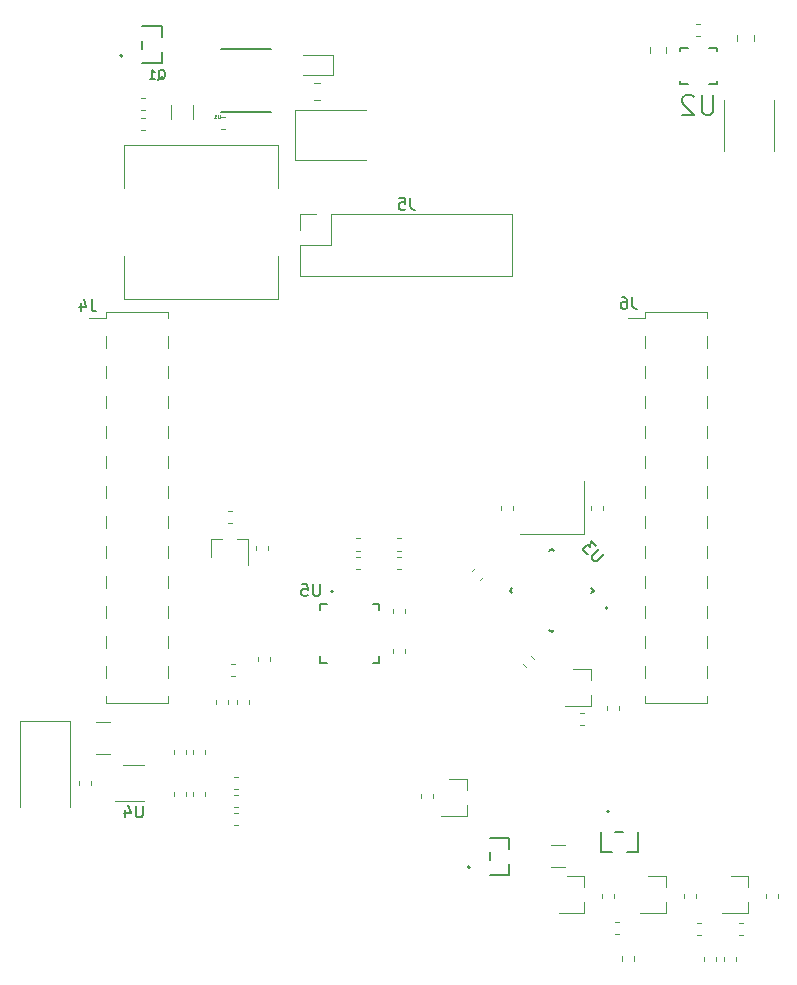
<source format=gbr>
%TF.GenerationSoftware,KiCad,Pcbnew,(5.1.6)-1*%
%TF.CreationDate,2022-04-22T11:55:46+02:00*%
%TF.ProjectId,ZumoComSystem,5a756d6f-436f-46d5-9379-7374656d2e6b,V1.0*%
%TF.SameCoordinates,Original*%
%TF.FileFunction,Legend,Bot*%
%TF.FilePolarity,Positive*%
%FSLAX46Y46*%
G04 Gerber Fmt 4.6, Leading zero omitted, Abs format (unit mm)*
G04 Created by KiCad (PCBNEW (5.1.6)-1) date 2022-04-22 11:55:46*
%MOMM*%
%LPD*%
G01*
G04 APERTURE LIST*
%ADD10C,0.152400*%
%ADD11C,0.120000*%
%ADD12C,0.200000*%
%ADD13C,0.127000*%
%ADD14C,0.150000*%
%ADD15C,0.015000*%
G04 APERTURE END LIST*
D10*
%TO.C,U2*%
X172589000Y-65050600D02*
X173249400Y-65050600D01*
X173249400Y-67844600D02*
X173249400Y-68149400D01*
X170150600Y-65355400D02*
X170150600Y-65050600D01*
X170150600Y-65050600D02*
X170811000Y-65050600D01*
X173249400Y-65050600D02*
X173249400Y-65355400D01*
X173249400Y-68149400D02*
X172589000Y-68149400D01*
X170150600Y-68149400D02*
X170150600Y-67844600D01*
X170811000Y-68149400D02*
X170150600Y-68149400D01*
D11*
X169633246Y-67680000D02*
G75*
G03*
X169633246Y-67680000I-63246J0D01*
G01*
%TO.C,L1*%
X178154000Y-73754000D02*
X178154000Y-69446000D01*
X173846000Y-69446000D02*
X173846000Y-73754000D01*
D10*
%TO.C,U1*%
X135533600Y-70441600D02*
X131266400Y-70441600D01*
X131266400Y-65158400D02*
X135533600Y-65158400D01*
D11*
%TO.C,R3*%
X171871267Y-62990000D02*
X171528733Y-62990000D01*
X171871267Y-64010000D02*
X171528733Y-64010000D01*
%TO.C,C6*%
X176410000Y-64461252D02*
X176410000Y-63938748D01*
X174990000Y-64461252D02*
X174990000Y-63938748D01*
D12*
%TO.C,U5*%
X140800000Y-111060000D02*
G75*
G03*
X140800000Y-111060000I-100000J0D01*
G01*
D13*
X144700000Y-117100000D02*
X144700000Y-116550000D01*
X139700000Y-117100000D02*
X139700000Y-116550000D01*
X144700000Y-112100000D02*
X144700000Y-112650000D01*
X139700000Y-112100000D02*
X139700000Y-112650000D01*
X144700000Y-117100000D02*
X144150000Y-117100000D01*
X139700000Y-117100000D02*
X140250000Y-117100000D01*
X144700000Y-112100000D02*
X144150000Y-112100000D01*
X139700000Y-112100000D02*
X140250000Y-112100000D01*
D12*
%TO.C,U3*%
X164035085Y-112467247D02*
G75*
G03*
X164035085Y-112467247I-100000J0D01*
G01*
D13*
X155764466Y-111000000D02*
X155973063Y-111208597D01*
X159300000Y-107464466D02*
X159508597Y-107673063D01*
X159300000Y-114535534D02*
X159091403Y-114326937D01*
X162835534Y-111000000D02*
X162626937Y-110791403D01*
X155764466Y-111000000D02*
X155973063Y-110791403D01*
X159300000Y-107464466D02*
X159091403Y-107673063D01*
X159300000Y-114535534D02*
X159508597Y-114326937D01*
X162835534Y-111000000D02*
X162626937Y-111208597D01*
D11*
%TO.C,J5*%
X155905000Y-79155000D02*
X155905000Y-84355000D01*
X140605000Y-79155000D02*
X155905000Y-79155000D01*
X138005000Y-84355000D02*
X155905000Y-84355000D01*
X140605000Y-79155000D02*
X140605000Y-81755000D01*
X140605000Y-81755000D02*
X138005000Y-81755000D01*
X138005000Y-81755000D02*
X138005000Y-84355000D01*
X139335000Y-79155000D02*
X138005000Y-79155000D01*
X138005000Y-79155000D02*
X138005000Y-80485000D01*
%TO.C,L2*%
X123100000Y-73300000D02*
X123100000Y-76900000D01*
X136100000Y-73300000D02*
X123100000Y-73300000D01*
X136100000Y-76900000D02*
X136100000Y-73300000D01*
X123100000Y-86300000D02*
X123100000Y-82700000D01*
X136100000Y-86300000D02*
X123100000Y-86300000D01*
X136100000Y-82700000D02*
X136100000Y-86300000D01*
%TO.C,C1*%
X127090000Y-69897936D02*
X127090000Y-71102064D01*
X128910000Y-69897936D02*
X128910000Y-71102064D01*
%TO.C,C2*%
X169010000Y-65461252D02*
X169010000Y-64938748D01*
X167590000Y-65461252D02*
X167590000Y-64938748D01*
%TO.C,C3*%
X131253733Y-71910000D02*
X131596267Y-71910000D01*
X131253733Y-70890000D02*
X131596267Y-70890000D01*
%TO.C,C4*%
X139138748Y-69460000D02*
X139661252Y-69460000D01*
X139138748Y-68040000D02*
X139661252Y-68040000D01*
%TO.C,C9*%
X128310000Y-124871267D02*
X128310000Y-124528733D01*
X127290000Y-124871267D02*
X127290000Y-124528733D01*
%TO.C,C10*%
X127290000Y-128028733D02*
X127290000Y-128371267D01*
X128310000Y-128028733D02*
X128310000Y-128371267D01*
%TO.C,D1*%
X143600000Y-74585000D02*
X137540000Y-74585000D01*
X137540000Y-74585000D02*
X137540000Y-70315000D01*
X137540000Y-70315000D02*
X143600000Y-70315000D01*
%TO.C,D2*%
X140750000Y-65650000D02*
X140750000Y-67350000D01*
X140750000Y-67350000D02*
X138200000Y-67350000D01*
X140750000Y-65650000D02*
X138200000Y-65650000D01*
%TO.C,D3*%
X114250000Y-122000000D02*
X118550000Y-122000000D01*
X118550000Y-122000000D02*
X118550000Y-129300000D01*
X114250000Y-122000000D02*
X114250000Y-129300000D01*
%TO.C,F1*%
X120697936Y-124860000D02*
X121902064Y-124860000D01*
X120697936Y-122140000D02*
X121902064Y-122140000D01*
%TO.C,Q6*%
X162060000Y-135170000D02*
X162060000Y-136100000D01*
X162060000Y-138330000D02*
X162060000Y-137400000D01*
X162060000Y-138330000D02*
X159900000Y-138330000D01*
X162060000Y-135170000D02*
X160600000Y-135170000D01*
%TO.C,Q8*%
X175910000Y-135170000D02*
X175910000Y-136100000D01*
X175910000Y-138330000D02*
X175910000Y-137400000D01*
X175910000Y-138330000D02*
X173750000Y-138330000D01*
X175910000Y-135170000D02*
X174450000Y-135170000D01*
%TO.C,Q7*%
X168935000Y-135170000D02*
X168935000Y-136100000D01*
X168935000Y-138330000D02*
X168935000Y-137400000D01*
X168935000Y-138330000D02*
X166775000Y-138330000D01*
X168935000Y-135170000D02*
X167475000Y-135170000D01*
%TO.C,Q9*%
X130420000Y-106665000D02*
X131350000Y-106665000D01*
X133580000Y-106665000D02*
X132650000Y-106665000D01*
X133580000Y-106665000D02*
X133580000Y-108825000D01*
X130420000Y-106665000D02*
X130420000Y-108125000D01*
%TO.C,Q10*%
X162585000Y-117645000D02*
X162585000Y-118575000D01*
X162585000Y-120805000D02*
X162585000Y-119875000D01*
X162585000Y-120805000D02*
X160425000Y-120805000D01*
X162585000Y-117645000D02*
X161125000Y-117645000D01*
%TO.C,R7*%
X129910000Y-124871267D02*
X129910000Y-124528733D01*
X128890000Y-124871267D02*
X128890000Y-124528733D01*
%TO.C,R8*%
X129910000Y-128371267D02*
X129910000Y-128028733D01*
X128890000Y-128371267D02*
X128890000Y-128028733D01*
%TO.C,R10*%
X119290000Y-127128733D02*
X119290000Y-127471267D01*
X120310000Y-127128733D02*
X120310000Y-127471267D01*
%TO.C,R16*%
X132103733Y-118210000D02*
X132446267Y-118210000D01*
X132103733Y-117190000D02*
X132446267Y-117190000D01*
%TO.C,R18*%
X131910000Y-120621267D02*
X131910000Y-120278733D01*
X130890000Y-120621267D02*
X130890000Y-120278733D01*
%TO.C,R19*%
X132665000Y-120278733D02*
X132665000Y-120621267D01*
X133685000Y-120278733D02*
X133685000Y-120621267D01*
%TO.C,R20*%
X165240000Y-141978733D02*
X165240000Y-142321267D01*
X166260000Y-141978733D02*
X166260000Y-142321267D01*
%TO.C,R21*%
X165021267Y-139065000D02*
X164678733Y-139065000D01*
X165021267Y-140085000D02*
X164678733Y-140085000D01*
%TO.C,R22*%
X164560000Y-137046267D02*
X164560000Y-136703733D01*
X163540000Y-137046267D02*
X163540000Y-136703733D01*
%TO.C,R26*%
X178435000Y-137046267D02*
X178435000Y-136703733D01*
X177415000Y-137046267D02*
X177415000Y-136703733D01*
%TO.C,R24*%
X171485000Y-137046267D02*
X171485000Y-136703733D01*
X170465000Y-137046267D02*
X170465000Y-136703733D01*
%TO.C,R28*%
X132378733Y-127810000D02*
X132721267Y-127810000D01*
X132378733Y-126790000D02*
X132721267Y-126790000D01*
%TO.C,R29*%
X132353733Y-129335000D02*
X132696267Y-129335000D01*
X132353733Y-128315000D02*
X132696267Y-128315000D01*
%TO.C,R30*%
X132353733Y-130885000D02*
X132696267Y-130885000D01*
X132353733Y-129865000D02*
X132696267Y-129865000D01*
%TO.C,R31*%
X172165000Y-142003733D02*
X172165000Y-142346267D01*
X173185000Y-142003733D02*
X173185000Y-142346267D01*
%TO.C,R32*%
X171921267Y-139115000D02*
X171578733Y-139115000D01*
X171921267Y-140135000D02*
X171578733Y-140135000D01*
%TO.C,R33*%
X134240000Y-107253733D02*
X134240000Y-107596267D01*
X135260000Y-107253733D02*
X135260000Y-107596267D01*
%TO.C,R34*%
X132196267Y-104290000D02*
X131853733Y-104290000D01*
X132196267Y-105310000D02*
X131853733Y-105310000D01*
%TO.C,R35*%
X173915000Y-142003733D02*
X173915000Y-142346267D01*
X174935000Y-142003733D02*
X174935000Y-142346267D01*
%TO.C,R36*%
X175178733Y-140135000D02*
X175521267Y-140135000D01*
X175178733Y-139115000D02*
X175521267Y-139115000D01*
%TO.C,R37*%
X161996267Y-121365000D02*
X161653733Y-121365000D01*
X161996267Y-122385000D02*
X161653733Y-122385000D01*
%TO.C,R38*%
X164960000Y-121121267D02*
X164960000Y-120778733D01*
X163940000Y-121121267D02*
X163940000Y-120778733D01*
%TO.C,U4*%
X123020000Y-125740000D02*
X124780000Y-125740000D01*
X124780000Y-128810000D02*
X122350000Y-128810000D01*
%TO.C,C11*%
X146228733Y-107610000D02*
X146571267Y-107610000D01*
X146228733Y-106590000D02*
X146571267Y-106590000D01*
%TO.C,C12*%
X146228733Y-109210000D02*
X146571267Y-109210000D01*
X146228733Y-108190000D02*
X146571267Y-108190000D01*
%TO.C,C13*%
X142703733Y-109210000D02*
X143046267Y-109210000D01*
X142703733Y-108190000D02*
X143046267Y-108190000D01*
%TO.C,C14*%
X142703733Y-107610000D02*
X143046267Y-107610000D01*
X142703733Y-106590000D02*
X143046267Y-106590000D01*
%TO.C,R13*%
X146910000Y-112871267D02*
X146910000Y-112528733D01*
X145890000Y-112871267D02*
X145890000Y-112528733D01*
%TO.C,R14*%
X145890000Y-115928733D02*
X145890000Y-116271267D01*
X146910000Y-115928733D02*
X146910000Y-116271267D01*
%TO.C,Y1*%
X162000000Y-106250000D02*
X156600000Y-106250000D01*
X162000000Y-101750000D02*
X162000000Y-106250000D01*
%TO.C,J4*%
X121575000Y-114870000D02*
X121575000Y-115890000D01*
X126775000Y-87380000D02*
X126775000Y-87950000D01*
X121575000Y-109790000D02*
X121575000Y-110810000D01*
X121575000Y-107250000D02*
X121575000Y-108270000D01*
X126775000Y-92010000D02*
X126775000Y-93030000D01*
X121575000Y-87380000D02*
X121575000Y-87950000D01*
X126775000Y-89470000D02*
X126775000Y-90490000D01*
X121575000Y-104710000D02*
X121575000Y-105730000D01*
X126775000Y-119950000D02*
X126775000Y-120520000D01*
X126775000Y-112330000D02*
X126775000Y-113350000D01*
X126775000Y-87380000D02*
X121575000Y-87380000D01*
X121575000Y-112330000D02*
X121575000Y-113350000D01*
X121575000Y-89470000D02*
X121575000Y-90490000D01*
X121575000Y-97090000D02*
X121575000Y-98110000D01*
X121575000Y-94550000D02*
X121575000Y-95570000D01*
X121575000Y-119950000D02*
X121575000Y-120520000D01*
X121575000Y-117410000D02*
X121575000Y-118430000D01*
X126775000Y-102170000D02*
X126775000Y-103190000D01*
X126775000Y-114870000D02*
X126775000Y-115890000D01*
X126775000Y-117410000D02*
X126775000Y-118430000D01*
X126775000Y-107250000D02*
X126775000Y-108270000D01*
X126775000Y-99630000D02*
X126775000Y-100650000D01*
X121575000Y-92010000D02*
X121575000Y-93030000D01*
X126775000Y-97090000D02*
X126775000Y-98110000D01*
X126775000Y-109790000D02*
X126775000Y-110810000D01*
X121575000Y-102170000D02*
X121575000Y-103190000D01*
X121575000Y-99630000D02*
X121575000Y-100650000D01*
X126775000Y-94550000D02*
X126775000Y-95570000D01*
X121575000Y-87950000D02*
X120135000Y-87950000D01*
X126775000Y-120520000D02*
X121575000Y-120520000D01*
X126775000Y-104710000D02*
X126775000Y-105730000D01*
%TO.C,J6*%
X167225000Y-114880000D02*
X167225000Y-115900000D01*
X172425000Y-87390000D02*
X172425000Y-87960000D01*
X167225000Y-109800000D02*
X167225000Y-110820000D01*
X167225000Y-107260000D02*
X167225000Y-108280000D01*
X172425000Y-92020000D02*
X172425000Y-93040000D01*
X167225000Y-87390000D02*
X167225000Y-87960000D01*
X172425000Y-89480000D02*
X172425000Y-90500000D01*
X167225000Y-104720000D02*
X167225000Y-105740000D01*
X172425000Y-119960000D02*
X172425000Y-120530000D01*
X172425000Y-112340000D02*
X172425000Y-113360000D01*
X172425000Y-87390000D02*
X167225000Y-87390000D01*
X167225000Y-112340000D02*
X167225000Y-113360000D01*
X167225000Y-89480000D02*
X167225000Y-90500000D01*
X167225000Y-97100000D02*
X167225000Y-98120000D01*
X167225000Y-94560000D02*
X167225000Y-95580000D01*
X167225000Y-119960000D02*
X167225000Y-120530000D01*
X167225000Y-117420000D02*
X167225000Y-118440000D01*
X172425000Y-102180000D02*
X172425000Y-103200000D01*
X172425000Y-114880000D02*
X172425000Y-115900000D01*
X172425000Y-117420000D02*
X172425000Y-118440000D01*
X172425000Y-107260000D02*
X172425000Y-108280000D01*
X172425000Y-99640000D02*
X172425000Y-100660000D01*
X167225000Y-92020000D02*
X167225000Y-93040000D01*
X172425000Y-97100000D02*
X172425000Y-98120000D01*
X172425000Y-109800000D02*
X172425000Y-110820000D01*
X167225000Y-102180000D02*
X167225000Y-103200000D01*
X167225000Y-99640000D02*
X167225000Y-100660000D01*
X172425000Y-94560000D02*
X172425000Y-95580000D01*
X167225000Y-87960000D02*
X165785000Y-87960000D01*
X172425000Y-120530000D02*
X167225000Y-120530000D01*
X172425000Y-104720000D02*
X172425000Y-105740000D01*
%TO.C,R1*%
X124528733Y-72010000D02*
X124871267Y-72010000D01*
X124528733Y-70990000D02*
X124871267Y-70990000D01*
%TO.C,R2*%
X124871267Y-70310000D02*
X124528733Y-70310000D01*
X124871267Y-69290000D02*
X124528733Y-69290000D01*
%TO.C,C7*%
X162590000Y-104171267D02*
X162590000Y-103828733D01*
X163610000Y-104171267D02*
X163610000Y-103828733D01*
%TO.C,R9*%
X159232936Y-134400000D02*
X160437064Y-134400000D01*
X159232936Y-132580000D02*
X160437064Y-132580000D01*
D13*
%TO.C,Q3*%
X155690000Y-135060000D02*
X154035000Y-135060000D01*
X154035000Y-131920000D02*
X155685000Y-131920000D01*
X155690000Y-135060000D02*
X155690000Y-134110000D01*
X155690000Y-132870000D02*
X155690000Y-131953500D01*
X154035000Y-133826500D02*
X154035000Y-133153500D01*
D12*
X152360000Y-134440000D02*
G75*
G03*
X152360000Y-134440000I-100000J0D01*
G01*
D13*
%TO.C,Q2*%
X163455000Y-133130000D02*
X163455000Y-131475000D01*
X166595000Y-131475000D02*
X166595000Y-133125000D01*
X163455000Y-133130000D02*
X164405000Y-133130000D01*
X165645000Y-133130000D02*
X166561500Y-133130000D01*
X164688500Y-131475000D02*
X165361500Y-131475000D01*
D12*
X164175000Y-129700000D02*
G75*
G03*
X164175000Y-129700000I-100000J0D01*
G01*
D11*
%TO.C,C15*%
X135410000Y-116971267D02*
X135410000Y-116628733D01*
X134390000Y-116971267D02*
X134390000Y-116628733D01*
%TO.C,R11*%
X148190000Y-128571267D02*
X148190000Y-128228733D01*
X149210000Y-128571267D02*
X149210000Y-128228733D01*
%TO.C,Q4*%
X152090000Y-126940000D02*
X150630000Y-126940000D01*
X152090000Y-130100000D02*
X149930000Y-130100000D01*
X152090000Y-130100000D02*
X152090000Y-129170000D01*
X152090000Y-126940000D02*
X152090000Y-127870000D01*
%TO.C,C8*%
X156010000Y-103828733D02*
X156010000Y-104171267D01*
X154990000Y-103828733D02*
X154990000Y-104171267D01*
D13*
%TO.C,Q1*%
X126280000Y-66340000D02*
X124625000Y-66340000D01*
X124625000Y-63200000D02*
X126275000Y-63200000D01*
X126280000Y-66340000D02*
X126280000Y-65390000D01*
X126280000Y-64150000D02*
X126280000Y-63233500D01*
X124625000Y-65106500D02*
X124625000Y-64433500D01*
D12*
X122950000Y-65720000D02*
G75*
G03*
X122950000Y-65720000I-100000J0D01*
G01*
D11*
%TO.C,R6*%
X152518271Y-109360480D02*
X152760480Y-109118271D01*
X153239520Y-110081729D02*
X153481729Y-109839520D01*
%TO.C,R4*%
X157569520Y-116508271D02*
X157811729Y-116750480D01*
X156848271Y-117229520D02*
X157090480Y-117471729D01*
%TO.C,U2*%
D14*
X172981811Y-69078697D02*
X172981811Y-70440622D01*
X172901698Y-70600849D01*
X172821585Y-70680962D01*
X172661358Y-70761075D01*
X172340905Y-70761075D01*
X172180679Y-70680962D01*
X172100566Y-70600849D01*
X172020452Y-70440622D01*
X172020452Y-69078697D01*
X171299433Y-69238924D02*
X171219320Y-69158811D01*
X171059094Y-69078697D01*
X170658527Y-69078697D01*
X170498301Y-69158811D01*
X170418188Y-69238924D01*
X170338074Y-69399150D01*
X170338074Y-69559377D01*
X170418188Y-69799716D01*
X171379547Y-70761075D01*
X170338074Y-70761075D01*
%TO.C,U1*%
D15*
X131185570Y-70699221D02*
X131185570Y-70954189D01*
X131170572Y-70984186D01*
X131155574Y-70999184D01*
X131125577Y-71014182D01*
X131065585Y-71014182D01*
X131035588Y-70999184D01*
X131020590Y-70984186D01*
X131005592Y-70954189D01*
X131005592Y-70699221D01*
X130690631Y-71014182D02*
X130870609Y-71014182D01*
X130780620Y-71014182D02*
X130780620Y-70699221D01*
X130810616Y-70744215D01*
X130840613Y-70774212D01*
X130870609Y-70789210D01*
%TO.C,U5*%
D14*
X139661904Y-110452380D02*
X139661904Y-111261904D01*
X139614285Y-111357142D01*
X139566666Y-111404761D01*
X139471428Y-111452380D01*
X139280952Y-111452380D01*
X139185714Y-111404761D01*
X139138095Y-111357142D01*
X139090476Y-111261904D01*
X139090476Y-110452380D01*
X138138095Y-110452380D02*
X138614285Y-110452380D01*
X138661904Y-110928571D01*
X138614285Y-110880952D01*
X138519047Y-110833333D01*
X138280952Y-110833333D01*
X138185714Y-110880952D01*
X138138095Y-110928571D01*
X138090476Y-111023809D01*
X138090476Y-111261904D01*
X138138095Y-111357142D01*
X138185714Y-111404761D01*
X138280952Y-111452380D01*
X138519047Y-111452380D01*
X138614285Y-111404761D01*
X138661904Y-111357142D01*
%TO.C,U3*%
X163694332Y-107916508D02*
X163121912Y-108488928D01*
X163020897Y-108522600D01*
X162953553Y-108522600D01*
X162852538Y-108488928D01*
X162717851Y-108354241D01*
X162684179Y-108253226D01*
X162684179Y-108185882D01*
X162717851Y-108084867D01*
X163290271Y-107512447D01*
X163020897Y-107243073D02*
X162583164Y-106805341D01*
X162549492Y-107310417D01*
X162448477Y-107209402D01*
X162347462Y-107175730D01*
X162280118Y-107175730D01*
X162179103Y-107209402D01*
X162010744Y-107377760D01*
X161977072Y-107478776D01*
X161977072Y-107546119D01*
X162010744Y-107647134D01*
X162212775Y-107849165D01*
X162313790Y-107882837D01*
X162381133Y-107882837D01*
%TO.C,J5*%
X147333333Y-77752380D02*
X147333333Y-78466666D01*
X147380952Y-78609523D01*
X147476190Y-78704761D01*
X147619047Y-78752380D01*
X147714285Y-78752380D01*
X146380952Y-77752380D02*
X146857142Y-77752380D01*
X146904761Y-78228571D01*
X146857142Y-78180952D01*
X146761904Y-78133333D01*
X146523809Y-78133333D01*
X146428571Y-78180952D01*
X146380952Y-78228571D01*
X146333333Y-78323809D01*
X146333333Y-78561904D01*
X146380952Y-78657142D01*
X146428571Y-78704761D01*
X146523809Y-78752380D01*
X146761904Y-78752380D01*
X146857142Y-78704761D01*
X146904761Y-78657142D01*
%TO.C,U4*%
X124661904Y-129202380D02*
X124661904Y-130011904D01*
X124614285Y-130107142D01*
X124566666Y-130154761D01*
X124471428Y-130202380D01*
X124280952Y-130202380D01*
X124185714Y-130154761D01*
X124138095Y-130107142D01*
X124090476Y-130011904D01*
X124090476Y-129202380D01*
X123185714Y-129535714D02*
X123185714Y-130202380D01*
X123423809Y-129154761D02*
X123661904Y-129869047D01*
X123042857Y-129869047D01*
%TO.C,J4*%
X120333333Y-86352380D02*
X120333333Y-87066666D01*
X120380952Y-87209523D01*
X120476190Y-87304761D01*
X120619047Y-87352380D01*
X120714285Y-87352380D01*
X119428571Y-86685714D02*
X119428571Y-87352380D01*
X119666666Y-86304761D02*
X119904761Y-87019047D01*
X119285714Y-87019047D01*
%TO.C,J6*%
X166133333Y-86152380D02*
X166133333Y-86866666D01*
X166180952Y-87009523D01*
X166276190Y-87104761D01*
X166419047Y-87152380D01*
X166514285Y-87152380D01*
X165228571Y-86152380D02*
X165419047Y-86152380D01*
X165514285Y-86200000D01*
X165561904Y-86247619D01*
X165657142Y-86390476D01*
X165704761Y-86580952D01*
X165704761Y-86961904D01*
X165657142Y-87057142D01*
X165609523Y-87104761D01*
X165514285Y-87152380D01*
X165323809Y-87152380D01*
X165228571Y-87104761D01*
X165180952Y-87057142D01*
X165133333Y-86961904D01*
X165133333Y-86723809D01*
X165180952Y-86628571D01*
X165228571Y-86580952D01*
X165323809Y-86533333D01*
X165514285Y-86533333D01*
X165609523Y-86580952D01*
X165657142Y-86628571D01*
X165704761Y-86723809D01*
%TO.C,Q1*%
X125966190Y-67766095D02*
X126042380Y-67728000D01*
X126118571Y-67651809D01*
X126232857Y-67537523D01*
X126309047Y-67499428D01*
X126385238Y-67499428D01*
X126347142Y-67689904D02*
X126423333Y-67651809D01*
X126499523Y-67575619D01*
X126537619Y-67423238D01*
X126537619Y-67156571D01*
X126499523Y-67004190D01*
X126423333Y-66928000D01*
X126347142Y-66889904D01*
X126194761Y-66889904D01*
X126118571Y-66928000D01*
X126042380Y-67004190D01*
X126004285Y-67156571D01*
X126004285Y-67423238D01*
X126042380Y-67575619D01*
X126118571Y-67651809D01*
X126194761Y-67689904D01*
X126347142Y-67689904D01*
X125242380Y-67689904D02*
X125699523Y-67689904D01*
X125470952Y-67689904D02*
X125470952Y-66889904D01*
X125547142Y-67004190D01*
X125623333Y-67080380D01*
X125699523Y-67118476D01*
%TD*%
M02*

</source>
